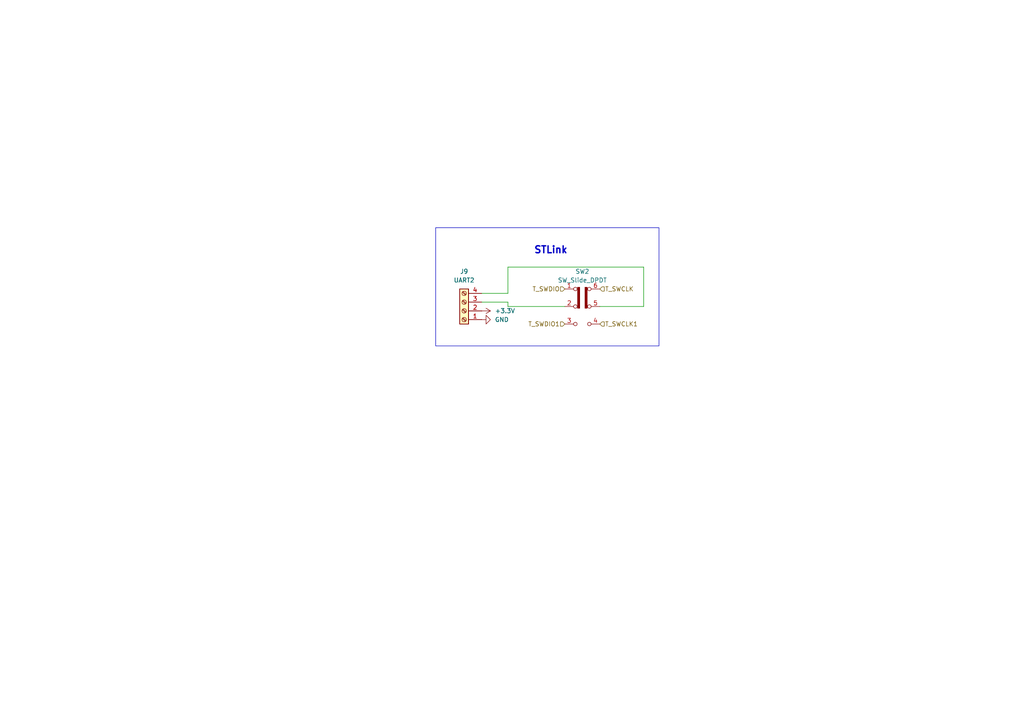
<source format=kicad_sch>
(kicad_sch (version 20231120) (generator "eeschema") (generator_version "8.0")
  (paper "A4")
  (lib_symbols
    (symbol "Connector:Screw_Terminal_01x04" (pin_names (offset 1.016) hide)
      (property "Reference" "J" (at 0 5.08 0))
      (property "Value" "Screw_Terminal_01x04" (at 0 -7.62 0))
      (symbol "Screw_Terminal_01x04_1_1"
        (rectangle (start -1.27 3.81) (end 1.27 -6.35) (stroke (width 0.254)) (fill (type background)))
        (circle (center 0 -5.08) (radius 0.635) (stroke (width 0.1524)))
        (circle (center 0 -2.54) (radius 0.635) (stroke (width 0.1524)))
        (polyline (pts (xy -0.5334 -4.7498) (xy 0.3302 -5.588)) (stroke (width 0.1524)))
        (polyline (pts (xy -0.5334 -2.2098) (xy 0.3302 -3.048)) (stroke (width 0.1524)))
        (polyline (pts (xy -0.5334 0.3302) (xy 0.3302 -0.508)) (stroke (width 0.1524)))
        (polyline (pts (xy -0.5334 2.8702) (xy 0.3302 2.032)) (stroke (width 0.1524)))
        (polyline (pts (xy -0.3556 -4.572) (xy 0.508 -5.4102)) (stroke (width 0.1524)))
        (polyline (pts (xy -0.3556 -2.032) (xy 0.508 -2.8702)) (stroke (width 0.1524)))
        (polyline (pts (xy -0.3556 0.508) (xy 0.508 -0.3302)) (stroke (width 0.1524)))
        (polyline (pts (xy -0.3556 3.048) (xy 0.508 2.2098)) (stroke (width 0.1524)))
        (circle (center 0 0) (radius 0.635) (stroke (width 0.1524)))
        (circle (center 0 2.54) (radius 0.635) (stroke (width 0.1524)))
        (pin passive line (at -5.08 2.54 0) (length 3.81) (name "Pin_1") (number "1"))
        (pin passive line (at -5.08 0 0) (length 3.81) (name "Pin_2") (number "2"))
        (pin passive line (at -5.08 -2.54 0) (length 3.81) (name "Pin_3") (number "3"))
        (pin passive line (at -5.08 -5.08 0) (length 3.81) (name "Pin_4") (number "4"))
      )
    )
    (symbol "Switch:SW_Slide_DPDT" (pin_names (offset 0) hide)
      (property "Reference" "SW" (at 0 6.858 0))
      (property "Value" "SW_Slide_DPDT" (at 0 -8.128 0))
      (symbol "SW_Slide_DPDT_0_0"
        (circle (center -2.032 -5.08) (radius 0.508))
        (circle (center -2.032 5.08) (radius 0.508))
        (circle (center 2.032 -5.08) (radius 0.508))
        (circle (center 2.032 0) (radius 0.508))
      )
      (symbol "SW_Slide_DPDT_0_1"
        (circle (center -2.032 0) (radius 0.508))
        (circle (center 2.032 5.08) (radius 0.508))
      )
      (symbol "SW_Slide_DPDT_1_1"
        (rectangle (start -1.397 5.588) (end -0.762 -0.508) (fill (type outline)))
        (rectangle (start 0.762 5.588) (end 1.397 -0.508) (fill (type outline)))
        (pin passive line (at -5.08 5.08 0) (length 2.54) (name "A") (number "1"))
        (pin passive line (at -5.08 0 0) (length 2.54) (name "B") (number "2"))
        (pin passive line (at -5.08 -5.08 0) (length 2.54) (name "C") (number "3"))
        (pin passive line (at 5.08 -5.08 180) (length 2.54) (name "A") (number "4"))
        (pin passive line (at 5.08 0 180) (length 2.54) (name "B") (number "5"))
        (pin passive line (at 5.08 5.08 180) (length 2.54) (name "C") (number "6"))
      )
    )
    (symbol "power:+3.3V" (power) (pin_numbers hide) (pin_names (offset 0) hide)
      (property "Value" "+3.3V" (at 0 3.556 0))
      (symbol "+3.3V_0_1"
        (polyline (pts (xy -0.762 1.27) (xy 0 2.54)))
        (polyline (pts (xy 0 0) (xy 0 2.54)))
        (polyline (pts (xy 0 2.54) (xy 0.762 1.27)))
      )
      (symbol "+3.3V_1_1"
        (pin power_in line (at 0 0 90) (length 0) (name "~") (number "1"))
      )
    )
    (symbol "power:GND" (power) (pin_numbers hide) (pin_names (offset 0) hide)
      (property "Value" "GND" (at 0 -3.81 0))
      (symbol "GND_0_1"
        (polyline (pts (xy 0 0) (xy 0 -1.27) (xy 1.27 -1.27) (xy 0 -2.54) (xy -1.27 -1.27) (xy 0 -1.27)))
      )
      (symbol "GND_1_1"
        (pin power_in line (at 0 0 270) (length 0) (name "~") (number "1"))
      )
    )
  )
  (wire (pts (xy 147.32 77.47) (xy 147.32 85.09)))
  (wire (pts (xy 147.32 85.09) (xy 139.7 85.09)))
  (wire (pts (xy 147.32 88.9) (xy 163.83 88.9)))
  (wire (pts (xy 147.32 87.63) (xy 139.7 87.63)))
  (wire (pts (xy 186.69 88.9) (xy 186.69 77.47)))
  (wire (pts (xy 186.69 77.47) (xy 147.32 77.47)))
  (wire (pts (xy 147.32 88.9) (xy 147.32 87.63)))
  (wire (pts (xy 173.99 88.9) (xy 186.69 88.9)))
  (rectangle (start 126.365 66.04) (end 191.135 100.33))
  (text "STLink" (at 159.766 72.644 0) (effects (font (size 2 2) (thickness 0.4) (bold yes))))
  (hierarchical_label "T_SWCLK1" (shape input) (at 173.99 93.98 0))
  (hierarchical_label "T_SWCLK" (shape input) (at 173.99 83.82 0))
  (hierarchical_label "T_SWDIO" (shape input) (at 163.83 83.82 180))
  (hierarchical_label "T_SWDIO1" (shape input) (at 163.83 93.98 180))
  (symbol (lib_id "Connector:Screw_Terminal_01x04") (at 134.62 90.17 180) (unit 1)
    (property "Reference" "J9" (at 134.62 78.74 0))
    (property "Value" "UART2" (at 134.62 81.28 0))
    (property "Footprint" "Connector_JST:JST_XH_B4B-XH-A_1x04_P2.50mm_Vertical" (effects (hide yes)))
  )
  (symbol (lib_id "power:GND") (at 139.7 92.71 90) (unit 1)
    (property "Reference" "#PWR051" (effects (hide yes)))
    (property "Value" "GND" (at 143.51 92.7099 90) (effects (justify right)))
    (property "Description" "Power symbol creates a global label with name \"GND\" , ground" (effects (hide yes)))
  )
  (symbol (lib_id "power:+3.3V") (at 139.7 90.17 270) (unit 1)
    (property "Reference" "#PWR050" (effects (hide yes)))
    (property "Value" "+3.3V" (at 143.51 90.1699 90) (effects (justify left)))
    (property "Description" "Power symbol creates a global label with name \"+3.3V\"" (effects (hide yes)))
  )
  (symbol (lib_id "Switch:SW_Slide_DPDT") (at 168.91 88.9 0) (unit 1)
    (property "Reference" "SW2" (at 168.91 78.74 0))
    (property "Value" "SW_Slide_DPDT" (at 168.91 81.28 0))
    (property "Footprint" "Button_Switch_THT:SW_E-Switch_EG1271_SPDT" (effects (hide yes)))
    (property "Description" "Slide Switch, dual pole double throw" (effects (hide yes)))
  )
)
</source>
